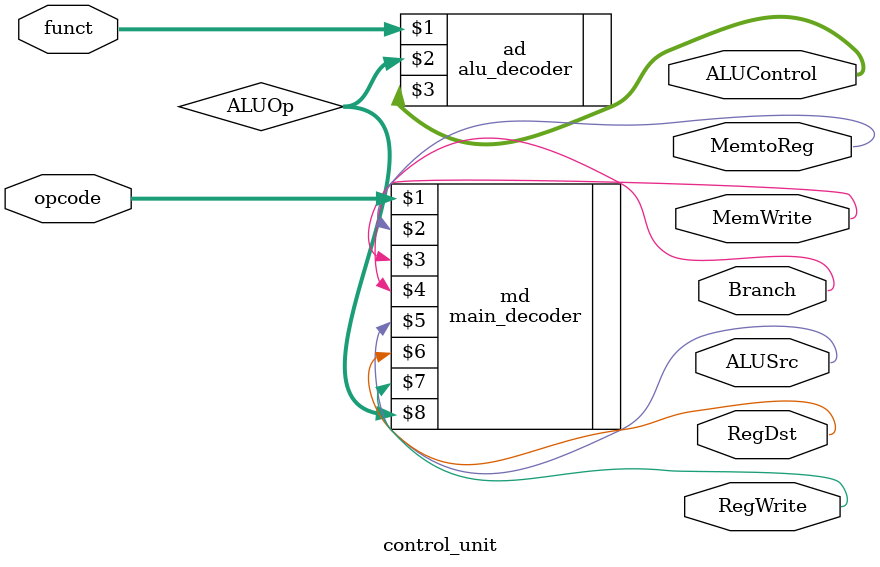
<source format=v>
module control_unit(
	input [5:0] opcode, funct,
	output MemtoReg, MemWrite, Branch, ALUSrc, RegDst, RegWrite,
 	output [2:0] ALUControl
);

	wire [1:0] ALUOp;

	main_decoder md(opcode, MemtoReg, MemWrite, Branch, ALUSrc, RegDst, RegWrite, ALUOp);
  	alu_decoder ad(funct, ALUOp, ALUControl);

endmodule

</source>
